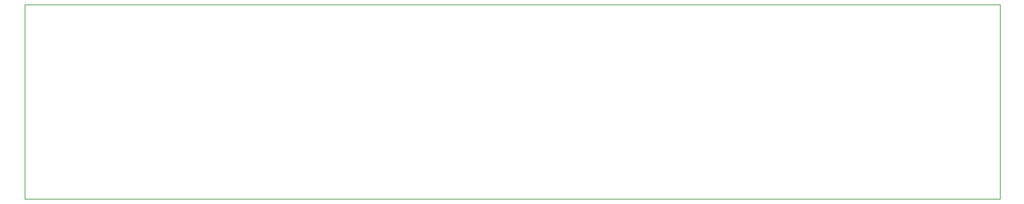
<source format=gko>
%FSAX24Y24*%
%MOIN*%
G70*
G01*
G75*
G04 Layer_Color=16711935*
%ADD10C,0.1000*%
%ADD11C,0.0100*%
%ADD12C,0.1200*%
%ADD13C,0.0200*%
%ADD14C,0.0300*%
%ADD15C,0.0400*%
%ADD16C,0.0150*%
%ADD17C,0.0500*%
%ADD18O,0.0709X0.0118*%
%ADD19O,0.0118X0.0709*%
%ADD20R,0.0413X0.0394*%
%ADD21R,0.0433X0.0669*%
%ADD22R,0.1181X0.2362*%
%ADD23R,0.0276X0.0354*%
%ADD24R,0.0374X0.0394*%
%ADD25R,0.0118X0.0157*%
%ADD26R,0.0394X0.0413*%
%ADD27O,0.0866X0.0236*%
%ADD28R,0.0787X0.0787*%
%ADD29R,0.0394X0.0374*%
%ADD30R,0.0433X0.0236*%
%ADD31R,0.1496X0.0984*%
%ADD32R,0.0787X0.0197*%
%ADD33R,0.0315X0.0315*%
%ADD34R,0.4110X0.3504*%
%ADD35R,0.0394X0.1339*%
%ADD36C,0.0150*%
%ADD37C,0.3000*%
%ADD38C,0.0700*%
%ADD39R,0.0550X0.0750*%
%ADD40O,0.0550X0.0750*%
%ADD41R,0.0750X0.0550*%
%ADD42O,0.0750X0.0550*%
%ADD43C,0.0591*%
%ADD44R,0.0591X0.0591*%
%ADD45C,0.0748*%
%ADD46C,0.2100*%
G04:AMPARAMS|DCode=47|XSize=51mil|YSize=51mil|CornerRadius=12.8mil|HoleSize=0mil|Usage=FLASHONLY|Rotation=0.000|XOffset=0mil|YOffset=0mil|HoleType=Round|Shape=RoundedRectangle|*
%AMROUNDEDRECTD47*
21,1,0.0510,0.0255,0,0,0.0*
21,1,0.0255,0.0510,0,0,0.0*
1,1,0.0255,0.0128,-0.0128*
1,1,0.0255,-0.0128,-0.0128*
1,1,0.0255,-0.0128,0.0128*
1,1,0.0255,0.0128,0.0128*
%
%ADD47ROUNDEDRECTD47*%
%ADD48R,0.0510X0.0510*%
%ADD49C,0.0250*%
%ADD50C,0.0700*%
%ADD51R,0.0630X0.0591*%
%ADD52R,0.0669X0.0433*%
%ADD53C,0.0098*%
%ADD54C,0.0236*%
%ADD55C,0.0050*%
%ADD56C,0.0079*%
%ADD57O,0.1080X0.1000*%
%ADD58O,0.1280X0.1200*%
%ADD59O,0.0789X0.0198*%
%ADD60O,0.0198X0.0789*%
%ADD61R,0.0493X0.0474*%
%ADD62R,0.0513X0.0749*%
%ADD63R,0.0356X0.0434*%
%ADD64R,0.0454X0.0474*%
%ADD65R,0.0198X0.0237*%
%ADD66R,0.0474X0.0493*%
%ADD67O,0.0946X0.0316*%
%ADD68R,0.0867X0.0867*%
%ADD69R,0.0474X0.0454*%
%ADD70R,0.0513X0.0316*%
%ADD71R,0.1576X0.1064*%
%ADD72R,0.0867X0.0277*%
%ADD73R,0.0395X0.0395*%
%ADD74R,0.4190X0.3584*%
%ADD75R,0.0474X0.1419*%
%ADD76C,0.0230*%
%ADD77C,0.1080*%
%ADD78C,0.1280*%
%ADD79C,0.3080*%
%ADD80R,0.0630X0.0830*%
%ADD81O,0.0630X0.0830*%
%ADD82R,0.0830X0.0630*%
%ADD83O,0.0830X0.0630*%
%ADD84C,0.0671*%
%ADD85R,0.0671X0.0671*%
%ADD86C,0.0828*%
%ADD87C,0.2180*%
G04:AMPARAMS|DCode=88|XSize=59mil|YSize=59mil|CornerRadius=16.8mil|HoleSize=0mil|Usage=FLASHONLY|Rotation=0.000|XOffset=0mil|YOffset=0mil|HoleType=Round|Shape=RoundedRectangle|*
%AMROUNDEDRECTD88*
21,1,0.0590,0.0255,0,0,0.0*
21,1,0.0255,0.0590,0,0,0.0*
1,1,0.0335,0.0128,-0.0128*
1,1,0.0335,-0.0128,-0.0128*
1,1,0.0335,-0.0128,0.0128*
1,1,0.0335,0.0128,0.0128*
%
%ADD88ROUNDEDRECTD88*%
%ADD89R,0.0590X0.0590*%
%ADD90C,0.0780*%
%ADD91R,0.0710X0.0671*%
%ADD92R,0.0749X0.0513*%
%ADD93C,0.0010*%
D93*
X000000Y010000D02*
X050000D01*
X000000Y000000D02*
Y010000D01*
X050000Y000000D02*
Y010000D01*
X000000Y000000D02*
X050000D01*
M02*

</source>
